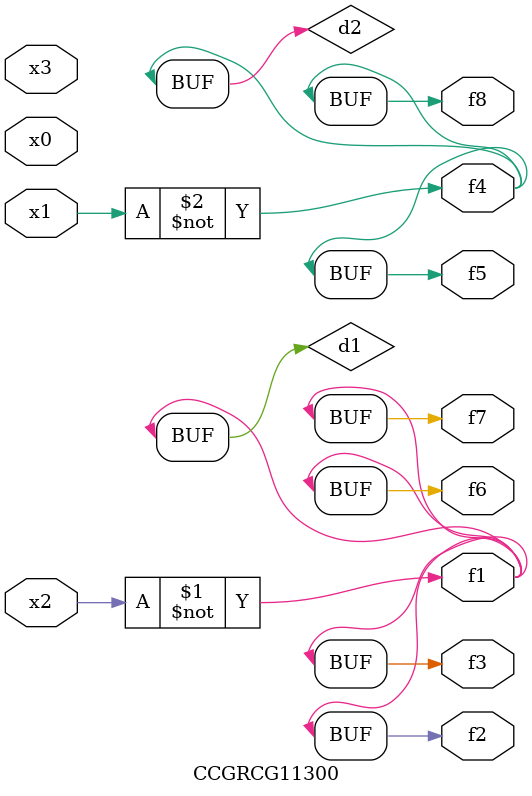
<source format=v>
module CCGRCG11300(
	input x0, x1, x2, x3,
	output f1, f2, f3, f4, f5, f6, f7, f8
);

	wire d1, d2;

	xnor (d1, x2);
	not (d2, x1);
	assign f1 = d1;
	assign f2 = d1;
	assign f3 = d1;
	assign f4 = d2;
	assign f5 = d2;
	assign f6 = d1;
	assign f7 = d1;
	assign f8 = d2;
endmodule

</source>
